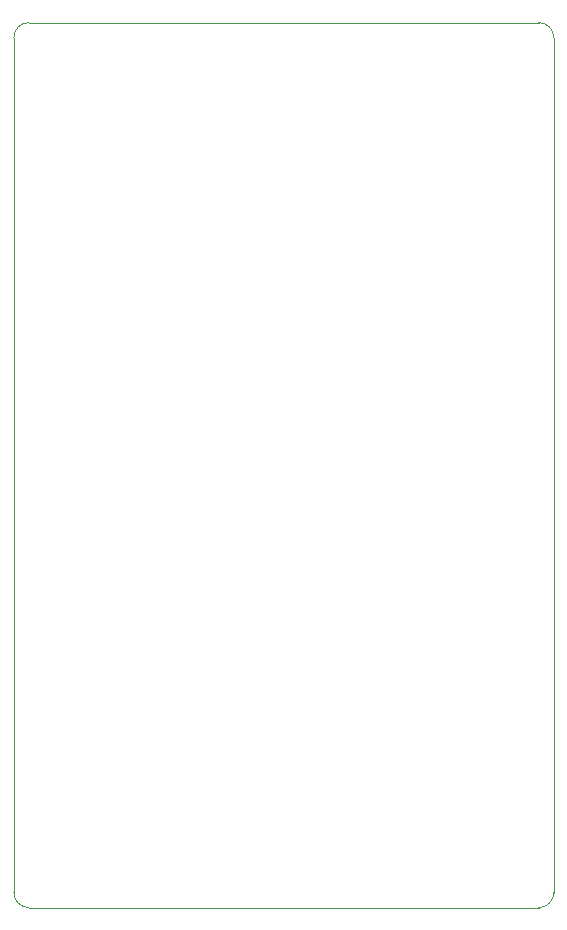
<source format=gbr>
%TF.GenerationSoftware,KiCad,Pcbnew,(5.1.8)-1*%
%TF.CreationDate,2020-12-08T02:20:49-08:00*%
%TF.ProjectId,pihidscan,70696869-6473-4636-916e-2e6b69636164,rev?*%
%TF.SameCoordinates,Original*%
%TF.FileFunction,Profile,NP*%
%FSLAX46Y46*%
G04 Gerber Fmt 4.6, Leading zero omitted, Abs format (unit mm)*
G04 Created by KiCad (PCBNEW (5.1.8)-1) date 2020-12-08 02:20:49*
%MOMM*%
%LPD*%
G01*
G04 APERTURE LIST*
%TA.AperFunction,Profile*%
%ADD10C,0.050000*%
%TD*%
G04 APERTURE END LIST*
D10*
X49530000Y-34290000D02*
X92710000Y-34290000D01*
X48260000Y-107950000D02*
X48260000Y-35560000D01*
X92710000Y-109220000D02*
X49530000Y-109220000D01*
X93980000Y-35560000D02*
X93980000Y-107950000D01*
X93980000Y-107950000D02*
G75*
G02*
X92710000Y-109220000I-1270000J0D01*
G01*
X49530000Y-109220000D02*
G75*
G02*
X48260000Y-107950000I0J1270000D01*
G01*
X48260000Y-35560000D02*
G75*
G02*
X49530000Y-34290000I1270000J0D01*
G01*
X92710000Y-34290000D02*
G75*
G02*
X93980000Y-35560000I0J-1270000D01*
G01*
M02*

</source>
